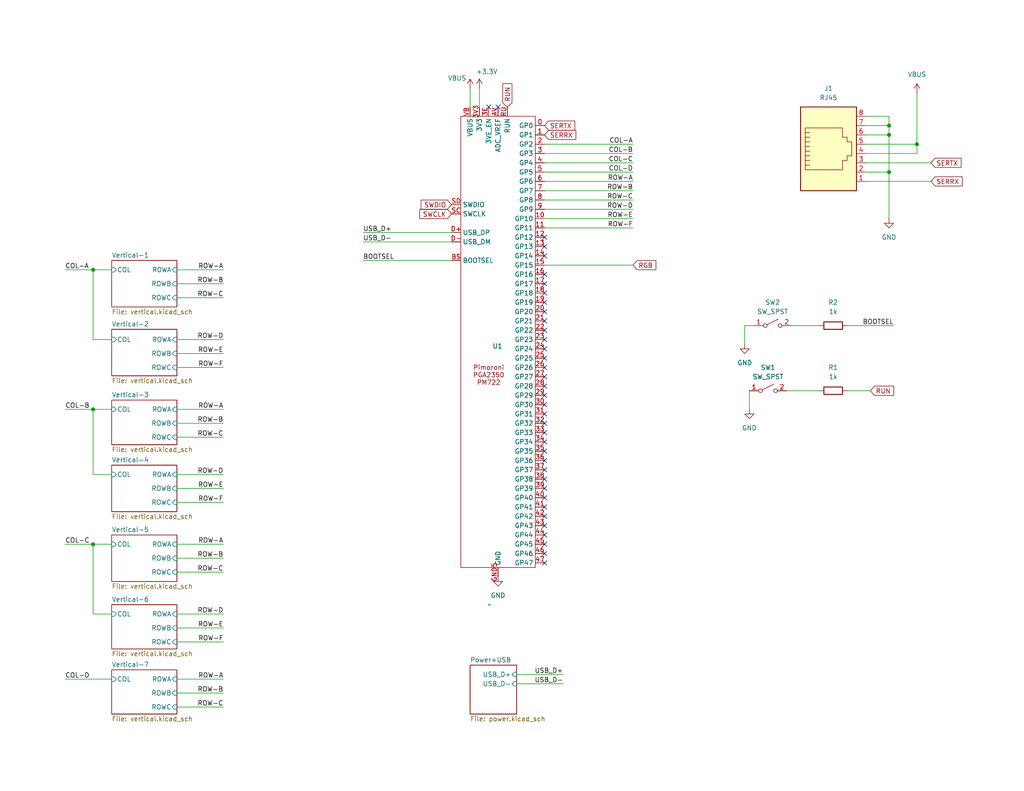
<source format=kicad_sch>
(kicad_sch (version 20231120) (generator "eeschema") (generator_version "8.0")
  (paper "A")
  (title_block (title "Jolt 2 - Left"))
  (lib_symbols
    (symbol "Connector:RJ45" (pin_names (offset 1.016))
      (property "Reference" "J" (at -5.08 13.97 0))
      (property "Value" "RJ45" (at 2.54 13.97 0))
      (symbol "RJ45_0_1"
        (polyline (pts (xy -5.08 4.445) (xy -6.35 4.445)))
        (polyline (pts (xy -5.08 5.715) (xy -6.35 5.715)))
        (polyline (pts (xy -6.35 -3.175) (xy -5.08 -3.175) (xy -5.08 -3.175)))
        (polyline (pts (xy -6.35 -1.905) (xy -5.08 -1.905) (xy -5.08 -1.905)))
        (polyline (pts (xy -6.35 -0.635) (xy -5.08 -0.635) (xy -5.08 -0.635)))
        (polyline (pts (xy -6.35 0.635) (xy -5.08 0.635) (xy -5.08 0.635)))
        (polyline (pts (xy -6.35 1.905) (xy -5.08 1.905) (xy -5.08 1.905)))
        (polyline (pts (xy -5.08 3.175) (xy -6.35 3.175) (xy -6.35 3.175)))
        (polyline (pts (xy -6.35 -4.445) (xy -6.35 6.985) (xy 3.81 6.985) (xy 3.81 4.445) (xy 5.08 4.445) (xy 5.08 3.175) (xy 6.35 3.175) (xy 6.35 -0.635) (xy 5.08 -0.635) (xy 5.08 -1.905) (xy 3.81 -1.905) (xy 3.81 -4.445) (xy -6.35 -4.445) (xy -6.35 -4.445)))
        (rectangle (start 7.62 12.7) (end -7.62 -10.16) (stroke (width 0.254)) (fill (type background)))
      )
      (symbol "RJ45_1_1"
        (pin passive line (at 10.16 -7.62 180) (length 2.54) (name "~") (number "1"))
        (pin passive line (at 10.16 -5.08 180) (length 2.54) (name "~") (number "2"))
        (pin passive line (at 10.16 -2.54 180) (length 2.54) (name "~") (number "3"))
        (pin passive line (at 10.16 0 180) (length 2.54) (name "~") (number "4"))
        (pin passive line (at 10.16 2.54 180) (length 2.54) (name "~") (number "5"))
        (pin passive line (at 10.16 5.08 180) (length 2.54) (name "~") (number "6"))
        (pin passive line (at 10.16 7.62 180) (length 2.54) (name "~") (number "7"))
        (pin passive line (at 10.16 10.16 180) (length 2.54) (name "~") (number "8"))
      )
    )
    (symbol "David Brown Keyboard Parts:Pimoroni-PGA2350-PM722"
      (property "Reference" "U" (at 0 0 0))
      (symbol "Pimoroni-PGA2350-PM722_0_1"
        (rectangle (start -10.16 62.23) (end 10.16 -60.96))
      )
      (symbol "Pimoroni-PGA2350-PM722_1_0"
        (pin bidirectional line (at 12.7 57.15 180) (length 2.54) (name "GP1") (number "1"))
        (pin bidirectional line (at 12.7 34.29 180) (length 2.54) (name "GP10") (number "10"))
        (pin bidirectional line (at 12.7 31.75 180) (length 2.54) (name "GP11") (number "11"))
        (pin bidirectional line (at 12.7 29.21 180) (length 2.54) (name "GP12") (number "12"))
        (pin bidirectional line (at 12.7 26.67 180) (length 2.54) (name "GP13") (number "13"))
        (pin bidirectional line (at 12.7 24.13 180) (length 2.54) (name "GP14") (number "14"))
        (pin bidirectional line (at 12.7 21.59 180) (length 2.54) (name "GP15") (number "15"))
        (pin bidirectional line (at 12.7 19.05 180) (length 2.54) (name "GP16") (number "16"))
        (pin bidirectional line (at 12.7 16.51 180) (length 2.54) (name "GP17") (number "17"))
        (pin bidirectional line (at 12.7 13.97 180) (length 2.54) (name "GP18") (number "18"))
        (pin bidirectional line (at 12.7 11.43 180) (length 2.54) (name "GP19") (number "19"))
        (pin bidirectional line (at 12.7 54.61 180) (length 2.54) (name "GP2") (number "2"))
        (pin bidirectional line (at 12.7 8.89 180) (length 2.54) (name "GP20") (number "20"))
        (pin bidirectional line (at 12.7 6.35 180) (length 2.54) (name "GP21") (number "21"))
        (pin bidirectional line (at 12.7 3.81 180) (length 2.54) (name "GP22") (number "22"))
        (pin bidirectional line (at 12.7 1.27 180) (length 2.54) (name "GP23") (number "23"))
        (pin bidirectional line (at 12.7 -1.27 180) (length 2.54) (name "GP24") (number "24"))
        (pin bidirectional line (at 12.7 -3.81 180) (length 2.54) (name "GP25") (number "25"))
        (pin bidirectional line (at 12.7 -6.35 180) (length 2.54) (name "GP26") (number "26"))
        (pin bidirectional line (at 12.7 -8.89 180) (length 2.54) (name "GP27") (number "27"))
        (pin bidirectional line (at 12.7 -11.43 180) (length 2.54) (name "GP28") (number "28"))
        (pin bidirectional line (at 12.7 -13.97 180) (length 2.54) (name "GP29") (number "29"))
        (pin bidirectional line (at 12.7 52.07 180) (length 2.54) (name "GP3") (number "3"))
        (pin bidirectional line (at 12.7 -16.51 180) (length 2.54) (name "GP30") (number "30"))
        (pin bidirectional line (at 12.7 -19.05 180) (length 2.54) (name "GP31") (number "31"))
        (pin bidirectional line (at 12.7 -21.59 180) (length 2.54) (name "GP32") (number "32"))
        (pin bidirectional line (at 12.7 -24.13 180) (length 2.54) (name "GP33") (number "33"))
        (pin bidirectional line (at 12.7 -26.67 180) (length 2.54) (name "GP34") (number "34"))
        (pin bidirectional line (at 12.7 -29.21 180) (length 2.54) (name "GP35") (number "35"))
        (pin bidirectional line (at 12.7 -31.75 180) (length 2.54) (name "GP36") (number "36"))
        (pin bidirectional line (at 12.7 -34.29 180) (length 2.54) (name "GP37") (number "37"))
        (pin bidirectional line (at 12.7 -36.83 180) (length 2.54) (name "GP38") (number "38"))
        (pin bidirectional line (at 12.7 -39.37 180) (length 2.54) (name "GP39") (number "39"))
        (pin input line (at -2.54 64.77 270) (length 2.54) (name "3VE_EN") (number "3E"))
        (pin power_out line (at -5.08 64.77 270) (length 2.54) (name "3V3") (number "3V3"))
        (pin bidirectional line (at 12.7 49.53 180) (length 2.54) (name "GP4") (number "4"))
        (pin bidirectional line (at 12.7 -41.91 180) (length 2.54) (name "GP40") (number "40"))
        (pin bidirectional line (at 12.7 -44.45 180) (length 2.54) (name "GP41") (number "41"))
        (pin bidirectional line (at 12.7 -46.99 180) (length 2.54) (name "GP42") (number "42"))
        (pin bidirectional line (at 12.7 -49.53 180) (length 2.54) (name "GP43") (number "43"))
        (pin bidirectional line (at 12.7 -52.07 180) (length 2.54) (name "GP44") (number "44"))
        (pin bidirectional line (at 12.7 -54.61 180) (length 2.54) (name "GP45") (number "45"))
        (pin bidirectional line (at 12.7 -57.15 180) (length 2.54) (name "GP46") (number "46"))
        (pin bidirectional line (at 12.7 -59.69 180) (length 2.54) (name "GP47") (number "47"))
        (pin bidirectional line (at 12.7 46.99 180) (length 2.54) (name "GP5") (number "5"))
        (pin bidirectional line (at 12.7 44.45 180) (length 2.54) (name "GP6") (number "6"))
        (pin bidirectional line (at 12.7 41.91 180) (length 2.54) (name "GP7") (number "7"))
        (pin bidirectional line (at 12.7 39.37 180) (length 2.54) (name "GP8") (number "8"))
        (pin bidirectional line (at 12.7 36.83 180) (length 2.54) (name "GP9") (number "9"))
        (pin power_out line (at 0 64.77 270) (length 2.54) (name "ADC_VREF") (number "AV"))
        (pin input line (at -12.7 22.86 0) (length 2.54) (name "BOOTSEL") (number "BS"))
        (pin bidirectional line (at -12.7 30.48 0) (length 2.54) (name "USB_DP") (number "D+"))
        (pin bidirectional line (at -12.7 27.94 0) (length 2.54) (name "USB_DM") (number "D-"))
        (pin input line (at 2.54 64.77 270) (length 2.54) (name "RUN") (number "RU"))
        (pin input line (at -12.7 35.56 0) (length 2.54) (name "SWCLK") (number "SC"))
        (pin bidirectional line (at -12.7 38.1 0) (length 2.54) (name "SWDIO") (number "SD"))
        (pin power_in line (at -7.62 64.77 270) (length 2.54) (name "VBUS") (number "VB"))
      )
      (symbol "Pimoroni-PGA2350-PM722_1_1"
        (text "Pimoroni\nPGA2350\nPM722" (at -2.54 -8.382 0) (effects (font (size 1.27 1.27))))
        (pin bidirectional line (at 12.7 59.69 180) (length 2.54) (name "GP0") (number "0"))
        (pin power_in line (at 0 -63.5 90) (length 2.54) hide (name "GND") (number "GND1"))
        (pin power_in line (at 0 -63.5 90) (length 2.54) hide (name "GND") (number "GND2"))
        (pin power_in line (at 0 -63.5 90) (length 2.54) hide (name "GND") (number "GND3"))
        (pin power_in line (at 0 -63.5 90) (length 2.54) hide (name "GND") (number "GND4"))
        (pin power_in line (at 0 -63.5 90) (length 2.54) (name "GND") (number "GND5"))
        (pin power_in line (at 0 -63.5 90) (length 2.54) hide (name "GND") (number "GND6"))
      )
    )
    (symbol "Device:R" (pin_numbers hide) (pin_names (offset 0))
      (property "Reference" "R" (at 2.032 0 90))
      (property "Value" "R" (at 0 0 90))
      (symbol "R_0_1"
        (rectangle (start -1.016 -2.54) (end 1.016 2.54) (stroke (width 0.254)))
      )
      (symbol "R_1_1"
        (pin passive line (at 0 3.81 270) (length 1.27) (name "~") (number "1"))
        (pin passive line (at 0 -3.81 90) (length 1.27) (name "~") (number "2"))
      )
    )
    (symbol "Switch:SW_SPST" (pin_names (offset 0) hide)
      (property "Reference" "SW" (at 0 3.175 0))
      (property "Value" "SW_SPST" (at 0 -2.54 0))
      (symbol "SW_SPST_0_0"
        (circle (center -2.032 0) (radius 0.508))
        (polyline (pts (xy -1.524 0.254) (xy 1.524 1.778)))
        (circle (center 2.032 0) (radius 0.508))
      )
      (symbol "SW_SPST_1_1"
        (pin passive line (at -5.08 0 0) (length 2.54) (name "A") (number "1"))
        (pin passive line (at 5.08 0 180) (length 2.54) (name "B") (number "2"))
      )
    )
    (symbol "power:+3.3V" (power) (pin_numbers hide) (pin_names (offset 0) hide)
      (property "Value" "+3.3V" (at 0 3.556 0))
      (symbol "+3.3V_0_1"
        (polyline (pts (xy -0.762 1.27) (xy 0 2.54)))
        (polyline (pts (xy 0 0) (xy 0 2.54)))
        (polyline (pts (xy 0 2.54) (xy 0.762 1.27)))
      )
      (symbol "+3.3V_1_1"
        (pin power_in line (at 0 0 90) (length 0) (name "~") (number "1"))
      )
    )
    (symbol "power:GND" (power) (pin_numbers hide) (pin_names (offset 0) hide)
      (property "Value" "GND" (at 0 -3.81 0))
      (symbol "GND_0_1"
        (polyline (pts (xy 0 0) (xy 0 -1.27) (xy 1.27 -1.27) (xy 0 -2.54) (xy -1.27 -1.27) (xy 0 -1.27)))
      )
      (symbol "GND_1_1"
        (pin power_in line (at 0 0 270) (length 0) (name "~") (number "1"))
      )
    )
    (symbol "power:VBUS" (power) (pin_numbers hide) (pin_names (offset 0) hide)
      (property "Value" "VBUS" (at 0 3.556 0))
      (symbol "VBUS_0_1"
        (polyline (pts (xy -0.762 1.27) (xy 0 2.54)))
        (polyline (pts (xy 0 0) (xy 0 2.54)))
        (polyline (pts (xy 0 2.54) (xy 0.762 1.27)))
      )
      (symbol "VBUS_1_1"
        (pin power_in line (at 0 0 90) (length 0) (name "~") (number "1"))
      )
    )
  )
  (junction (at 242.57 34.29))
  (junction (at 242.57 36.83))
  (junction (at 25.4 148.59))
  (junction (at 25.4 73.66))
  (junction (at 250.19 39.37))
  (junction (at 25.4 111.76))
  (junction (at 242.57 46.99))
  (no_connect (at 148.59 118.11))
  (no_connect (at 148.59 130.81))
  (no_connect (at 148.59 120.65))
  (no_connect (at 148.59 90.17))
  (no_connect (at 135.89 29.21))
  (no_connect (at 148.59 102.87))
  (no_connect (at 148.59 92.71))
  (no_connect (at 148.59 138.43))
  (no_connect (at 148.59 148.59))
  (no_connect (at 148.59 87.63))
  (no_connect (at 148.59 74.93))
  (no_connect (at 148.59 110.49))
  (no_connect (at 148.59 133.35))
  (no_connect (at 148.59 153.67))
  (no_connect (at 148.59 100.33))
  (no_connect (at 148.59 113.03))
  (no_connect (at 148.59 125.73))
  (no_connect (at 148.59 69.85))
  (no_connect (at 133.35 29.21))
  (no_connect (at 148.59 64.77))
  (no_connect (at 148.59 105.41))
  (no_connect (at 148.59 115.57))
  (no_connect (at 148.59 77.47))
  (no_connect (at 148.59 128.27))
  (no_connect (at 148.59 135.89))
  (no_connect (at 148.59 82.55))
  (no_connect (at 148.59 95.25))
  (no_connect (at 148.59 97.79))
  (no_connect (at 148.59 143.51))
  (no_connect (at 148.59 67.31))
  (no_connect (at 148.59 80.01))
  (no_connect (at 148.59 151.13))
  (no_connect (at 148.59 123.19))
  (no_connect (at 148.59 85.09))
  (no_connect (at 148.59 140.97))
  (no_connect (at 148.59 146.05))
  (no_connect (at 148.59 107.95))
  (wire (pts (xy 231.14 106.68) (xy 237.49 106.68)))
  (wire (pts (xy 25.4 148.59) (xy 30.48 148.59)))
  (wire (pts (xy 30.48 185.42) (xy 17.78 185.42)))
  (wire (pts (xy 242.57 36.83) (xy 242.57 46.99)))
  (wire (pts (xy 48.26 175.26) (xy 60.96 175.26)))
  (wire (pts (xy 30.48 129.54) (xy 25.4 129.54)))
  (wire (pts (xy 236.22 49.53) (xy 254 49.53)))
  (wire (pts (xy 48.26 167.64) (xy 60.96 167.64)))
  (wire (pts (xy 236.22 36.83) (xy 242.57 36.83)))
  (wire (pts (xy 236.22 31.75) (xy 242.57 31.75)))
  (wire (pts (xy 48.26 148.59) (xy 60.96 148.59)))
  (wire (pts (xy 48.26 152.4) (xy 60.96 152.4)))
  (wire (pts (xy 148.59 46.99) (xy 172.72 46.99)))
  (wire (pts (xy 130.81 24.13) (xy 130.81 29.21)))
  (wire (pts (xy 99.06 71.12) (xy 123.19 71.12)))
  (wire (pts (xy 148.59 52.07) (xy 172.72 52.07)))
  (wire (pts (xy 148.59 39.37) (xy 172.72 39.37)))
  (wire (pts (xy 30.48 92.71) (xy 25.4 92.71)))
  (wire (pts (xy 236.22 46.99) (xy 242.57 46.99)))
  (wire (pts (xy 204.47 106.68) (xy 204.47 111.76)))
  (wire (pts (xy 48.26 100.33) (xy 60.96 100.33)))
  (wire (pts (xy 236.22 34.29) (xy 242.57 34.29)))
  (wire (pts (xy 140.97 186.69) (xy 153.67 186.69)))
  (wire (pts (xy 48.26 137.16) (xy 60.96 137.16)))
  (wire (pts (xy 148.59 72.39) (xy 172.72 72.39)))
  (wire (pts (xy 48.26 189.23) (xy 60.96 189.23)))
  (wire (pts (xy 203.2 88.9) (xy 203.2 93.98)))
  (wire (pts (xy 48.26 81.28) (xy 60.96 81.28)))
  (wire (pts (xy 30.48 167.64) (xy 25.4 167.64)))
  (wire (pts (xy 250.19 41.91) (xy 250.19 39.37)))
  (wire (pts (xy 214.63 106.68) (xy 223.52 106.68)))
  (wire (pts (xy 236.22 44.45) (xy 254 44.45)))
  (wire (pts (xy 48.26 111.76) (xy 60.96 111.76)))
  (wire (pts (xy 231.14 88.9) (xy 243.84 88.9)))
  (wire (pts (xy 48.26 73.66) (xy 60.96 73.66)))
  (wire (pts (xy 140.97 184.15) (xy 153.67 184.15)))
  (wire (pts (xy 236.22 41.91) (xy 250.19 41.91)))
  (wire (pts (xy 148.59 49.53) (xy 172.72 49.53)))
  (wire (pts (xy 250.19 25.4) (xy 250.19 39.37)))
  (wire (pts (xy 25.4 167.64) (xy 25.4 148.59)))
  (wire (pts (xy 242.57 31.75) (xy 242.57 34.29)))
  (wire (pts (xy 48.26 129.54) (xy 60.96 129.54)))
  (wire (pts (xy 236.22 39.37) (xy 250.19 39.37)))
  (wire (pts (xy 48.26 185.42) (xy 60.96 185.42)))
  (wire (pts (xy 242.57 34.29) (xy 242.57 36.83)))
  (wire (pts (xy 25.4 111.76) (xy 30.48 111.76)))
  (wire (pts (xy 242.57 46.99) (xy 242.57 59.69)))
  (wire (pts (xy 48.26 96.52) (xy 60.96 96.52)))
  (wire (pts (xy 17.78 111.76) (xy 25.4 111.76)))
  (wire (pts (xy 25.4 73.66) (xy 25.4 92.71)))
  (wire (pts (xy 128.27 24.13) (xy 128.27 29.21)))
  (wire (pts (xy 17.78 73.66) (xy 25.4 73.66)))
  (wire (pts (xy 17.78 148.59) (xy 25.4 148.59)))
  (wire (pts (xy 25.4 73.66) (xy 30.48 73.66)))
  (wire (pts (xy 148.59 44.45) (xy 172.72 44.45)))
  (wire (pts (xy 148.59 41.91) (xy 172.72 41.91)))
  (wire (pts (xy 48.26 119.38) (xy 60.96 119.38)))
  (wire (pts (xy 48.26 77.47) (xy 60.96 77.47)))
  (wire (pts (xy 48.26 115.57) (xy 60.96 115.57)))
  (wire (pts (xy 48.26 92.71) (xy 60.96 92.71)))
  (wire (pts (xy 48.26 193.04) (xy 60.96 193.04)))
  (wire (pts (xy 148.59 54.61) (xy 172.72 54.61)))
  (wire (pts (xy 123.19 63.5) (xy 99.06 63.5)))
  (wire (pts (xy 48.26 156.21) (xy 60.96 156.21)))
  (wire (pts (xy 148.59 59.69) (xy 172.72 59.69)))
  (wire (pts (xy 48.26 171.45) (xy 60.96 171.45)))
  (wire (pts (xy 48.26 133.35) (xy 60.96 133.35)))
  (wire (pts (xy 148.59 62.23) (xy 172.72 62.23)))
  (wire (pts (xy 205.74 88.9) (xy 203.2 88.9)))
  (wire (pts (xy 148.59 57.15) (xy 172.72 57.15)))
  (wire (pts (xy 123.19 66.04) (xy 99.06 66.04)))
  (wire (pts (xy 215.9 88.9) (xy 223.52 88.9)))
  (wire (pts (xy 25.4 129.54) (xy 25.4 111.76)))
  (label "ROW-F" (at 60.96 137.16 180))
  (label "COL-C" (at 17.78 148.59 0))
  (label "ROW-B" (at 60.96 77.47 180))
  (label "BOOTSEL" (at 99.06 71.12 0))
  (label "COL-D" (at 17.78 185.42 0))
  (label "ROW-E" (at 60.96 96.52 180))
  (label "COL-D" (at 172.72 46.99 180))
  (label "ROW-F" (at 60.96 175.26 180))
  (label "ROW-D" (at 60.96 167.64 180))
  (label "USB_D-" (at 153.67 186.69 180))
  (label "ROW-B" (at 60.96 152.4 180))
  (label "ROW-A" (at 172.72 49.53 180))
  (label "COL-A" (at 172.72 39.37 180))
  (label "COL-B" (at 17.78 111.76 0))
  (label "ROW-C" (at 60.96 156.21 180))
  (label "ROW-A" (at 60.96 148.59 180))
  (label "ROW-C" (at 60.96 193.04 180))
  (label "ROW-D" (at 172.72 57.15 180))
  (label "USB_D+" (at 99.06 63.5 0))
  (label "USB_D+" (at 153.67 184.15 180))
  (label "ROW-B" (at 172.72 52.07 180))
  (label "BOOTSEL" (at 243.84 88.9 180))
  (label "ROW-A" (at 60.96 185.42 180))
  (label "ROW-E" (at 60.96 171.45 180))
  (label "ROW-B" (at 60.96 115.57 180))
  (label "ROW-A" (at 60.96 73.66 180))
  (label "COL-A" (at 17.78 73.66 0))
  (label "ROW-F" (at 172.72 62.23 180))
  (label "COL-C" (at 172.72 44.45 180))
  (label "ROW-C" (at 60.96 119.38 180))
  (label "USB_D-" (at 99.06 66.04 0))
  (label "ROW-D" (at 60.96 92.71 180))
  (label "ROW-A" (at 60.96 111.76 180))
  (label "COL-B" (at 172.72 41.91 180))
  (label "ROW-C" (at 172.72 54.61 180))
  (label "ROW-E" (at 172.72 59.69 180))
  (label "ROW-C" (at 60.96 81.28 180))
  (label "ROW-F" (at 60.96 100.33 180))
  (label "ROW-B" (at 60.96 189.23 180))
  (label "ROW-D" (at 60.96 129.54 180))
  (label "ROW-E" (at 60.96 133.35 180))
  (global_label "SERRX" (shape input) (at 148.59 36.83 0) (property "Intersheetrefs" "${INTERSHEET_REFS}" (effects (hide yes))))
  (global_label "SWCLK" (shape input) (at 123.19 58.42 180) (property "Intersheetrefs" "${INTERSHEET_REFS}" (effects (hide yes))))
  (global_label "SERTX" (shape input) (at 148.59 34.29 0) (property "Intersheetrefs" "${INTERSHEET_REFS}" (effects (hide yes))))
  (global_label "SERTX" (shape input) (at 254 44.45 0) (property "Intersheetrefs" "${INTERSHEET_REFS}" (effects (hide yes))))
  (global_label "SWDIO" (shape input) (at 123.19 55.88 180) (property "Intersheetrefs" "${INTERSHEET_REFS}" (effects (hide yes))))
  (global_label "SERRX" (shape input) (at 254 49.53 0) (property "Intersheetrefs" "${INTERSHEET_REFS}" (effects (hide yes))))
  (global_label "RUN" (shape input) (at 138.43 29.21 90) (property "Intersheetrefs" "${INTERSHEET_REFS}" (effects (hide yes))))
  (global_label "RGB" (shape input) (at 172.72 72.39 0) (property "Intersheetrefs" "${INTERSHEET_REFS}" (effects (hide yes))))
  (global_label "RUN" (shape input) (at 237.49 106.68 0) (property "Intersheetrefs" "${INTERSHEET_REFS}" (effects (hide yes))))
  (symbol (lib_id "Connector:RJ45") (at 226.06 41.91 0) (unit 1)
    (property "Reference" "J1" (at 226.06 24.13 0))
    (property "Value" "RJ45" (at 226.06 26.67 0))
    (property "Footprint" "Connector_RJ:RJ45_Amphenol_54602-x08_Horizontal" (effects (hide yes)))
    (property "Description" "RJ connector, 8P8C (8 positions 8 connected)" (effects (hide yes)))
  )
  (symbol (lib_id "power:GND") (at 242.57 59.69 0) (unit 1)
    (property "Reference" "#PWR06" (effects (hide yes)))
    (property "Value" "GND" (at 242.57 64.77 0))
    (property "Description" "Power symbol creates a global label with name \"GND\" , ground" (effects (hide yes)))
  )
  (symbol (lib_id "David Brown Keyboard Parts:Pimoroni-PGA2350-PM722") (at 135.89 93.98 0) (unit 1)
    (property "Reference" "U1" (at 134.366 94.488 0) (effects (justify left)))
    (property "Value" "~" (at 133.0041 165.1 0) (effects (justify left)))
    (property "Footprint" "davidb-keyboard-foot:PIMORONI-PGA2035-PM722" (effects (hide yes)))
  )
  (symbol (lib_id "Switch:SW_SPST") (at 209.55 106.68 0) (unit 1)
    (property "Reference" "SW1" (at 209.55 100.33 0))
    (property "Value" "SW_SPST" (at 209.55 102.87 0))
    (property "Footprint" "Button_Switch_SMD:SW_Push_1P1T_NO_CK_KMR2" (effects (hide yes)))
    (property "Description" "Single Pole Single Throw (SPST) switch" (effects (hide yes)))
  )
  (symbol (lib_id "power:GND") (at 203.2 93.98 0) (unit 1)
    (property "Reference" "#PWR04" (effects (hide yes)))
    (property "Value" "GND" (at 203.2 99.06 0))
    (property "Description" "Power symbol creates a global label with name \"GND\" , ground" (effects (hide yes)))
  )
  (symbol (lib_id "power:GND") (at 135.89 157.48 0) (unit 1)
    (property "Reference" "#PWR03" (effects (hide yes)))
    (property "Value" "GND" (at 135.89 162.56 0))
    (property "Description" "Power symbol creates a global label with name \"GND\" , ground" (effects (hide yes)))
  )
  (symbol (lib_id "power:VBUS") (at 250.19 25.4 0) (unit 1)
    (property "Reference" "#PWR07" (effects (hide yes)))
    (property "Value" "VBUS" (at 250.19 20.32 0))
    (property "Description" "Power symbol creates a global label with name \"VBUS\"" (effects (hide yes)))
  )
  (symbol (lib_id "power:GND") (at 204.47 111.76 0) (unit 1)
    (property "Reference" "#PWR05" (effects (hide yes)))
    (property "Value" "GND" (at 204.47 116.84 0))
    (property "Description" "Power symbol creates a global label with name \"GND\" , ground" (effects (hide yes)))
  )
  (symbol (lib_id "power:VBUS") (at 128.27 24.13 0) (unit 1)
    (property "Reference" "#PWR01" (effects (hide yes)))
    (property "Value" "VBUS" (at 124.714 21.336 0))
    (property "Description" "Power symbol creates a global label with name \"VBUS\"" (effects (hide yes)))
  )
  (symbol (lib_id "Switch:SW_SPST") (at 210.82 88.9 0) (unit 1)
    (property "Reference" "SW2" (at 210.82 82.55 0))
    (property "Value" "SW_SPST" (at 210.82 85.09 0))
    (property "Footprint" "Button_Switch_SMD:SW_Push_1P1T_NO_CK_KMR2" (effects (hide yes)))
    (property "Description" "Single Pole Single Throw (SPST) switch" (effects (hide yes)))
  )
  (symbol (lib_id "power:+3.3V") (at 130.81 24.13 0) (unit 1)
    (property "Reference" "#PWR02" (effects (hide yes)))
    (property "Value" "+3.3V" (at 132.842 19.558 0))
    (property "Description" "Power symbol creates a global label with name \"+3.3V\"" (effects (hide yes)))
  )
  (symbol (lib_id "Device:R") (at 227.33 88.9 90) (unit 1)
    (property "Reference" "R2" (at 227.33 82.55 90))
    (property "Value" "1k" (at 227.33 85.09 90))
    (property "Footprint" "Resistor_SMD:R_0603_1608Metric" (effects (hide yes)))
    (property "Description" "Resistor" (effects (hide yes)))
  )
  (symbol (lib_id "Device:R") (at 227.33 106.68 270) (unit 1)
    (property "Reference" "R1" (at 227.33 100.33 90))
    (property "Value" "1k" (at 227.33 102.87 90))
    (property "Footprint" "Resistor_SMD:R_0603_1608Metric" (effects (hide yes)))
    (property "Description" "Resistor" (effects (hide yes)))
  )
  (sheet (at 30.48 127) (size 17.78 12.7) (stroke (width 0.1524))
    (property "Sheetname" "Vertical-4" (at 30.48 126.2884 0) (effects (justify left bottom)))
    (property "Sheetfile" "vertical.kicad_sch" (at 30.48 140.2846 0) (effects (justify left top)))
    (pin "COL" input (at 30.48 129.54 180))
    (pin "ROWC" input (at 48.26 137.16 0))
    (pin "ROWA" input (at 48.26 129.54 0))
    (pin "ROWB" input (at 48.26 133.35 0))
  )
  (sheet (at 30.48 71.12) (size 17.78 12.7) (stroke (width 0.1524))
    (property "Sheetname" "Vertical-1" (at 30.48 70.4084 0) (effects (justify left bottom)))
    (property "Sheetfile" "vertical.kicad_sch" (at 30.48 84.4046 0) (effects (justify left top)))
    (pin "COL" input (at 30.48 73.66 180))
    (pin "ROWC" input (at 48.26 81.28 0))
    (pin "ROWA" input (at 48.26 73.66 0))
    (pin "ROWB" input (at 48.26 77.47 0))
  )
  (sheet (at 30.48 89.916) (size 17.78 12.7) (stroke (width 0.1524))
    (property "Sheetname" "Vertical-2" (at 30.48 89.2044 0) (effects (justify left bottom)))
    (property "Sheetfile" "vertical.kicad_sch" (at 30.48 103.2006 0) (effects (justify left top)))
    (pin "COL" input (at 30.48 92.71 180))
    (pin "ROWC" input (at 48.26 100.33 0))
    (pin "ROWA" input (at 48.26 92.71 0))
    (pin "ROWB" input (at 48.26 96.52 0))
  )
  (sheet (at 30.48 109.22) (size 17.78 12.192) (stroke (width 0.1524))
    (property "Sheetname" "Vertical-3" (at 30.48 108.5084 0) (effects (justify left bottom)))
    (property "Sheetfile" "vertical.kicad_sch" (at 30.48 121.9966 0) (effects (justify left top)))
    (pin "COL" input (at 30.48 111.76 180))
    (pin "ROWC" input (at 48.26 119.38 0))
    (pin "ROWA" input (at 48.26 111.76 0))
    (pin "ROWB" input (at 48.26 115.57 0))
  )
  (sheet (at 128.27 181.61) (size 12.7 13.335) (stroke (width 0.1524))
    (property "Sheetname" "Power+USB" (at 128.27 180.8984 0) (effects (justify left bottom)))
    (property "Sheetfile" "power.kicad_sch" (at 128.27 195.5296 0) (effects (justify left top)))
    (pin "USB_D+" input (at 140.97 184.15 0))
    (pin "USB_D-" input (at 140.97 186.69 0))
  )
  (sheet (at 30.48 165.1) (size 17.78 12.065) (stroke (width 0.1524))
    (property "Sheetname" "Vertical-6" (at 30.48 164.3884 0) (effects (justify left bottom)))
    (property "Sheetfile" "vertical.kicad_sch" (at 30.48 177.7496 0) (effects (justify left top)))
    (pin "COL" input (at 30.48 167.64 180))
    (pin "ROWC" input (at 48.26 175.26 0))
    (pin "ROWA" input (at 48.26 167.64 0))
    (pin "ROWB" input (at 48.26 171.45 0))
  )
  (sheet (at 30.48 146.05) (size 17.78 12.7) (stroke (width 0.1524))
    (property "Sheetname" "Vertical-5" (at 30.48 145.3384 0) (effects (justify left bottom)))
    (property "Sheetfile" "vertical.kicad_sch" (at 30.48 159.3346 0) (effects (justify left top)))
    (pin "COL" input (at 30.48 148.59 180))
    (pin "ROWC" input (at 48.26 156.21 0))
    (pin "ROWA" input (at 48.26 148.59 0))
    (pin "ROWB" input (at 48.26 152.4 0))
  )
  (sheet (at 30.48 182.88) (size 17.78 12.065) (stroke (width 0.1524))
    (property "Sheetname" "Vertical-7" (at 30.48 182.1684 0) (effects (justify left bottom)))
    (property "Sheetfile" "vertical.kicad_sch" (at 30.48 195.5296 0) (effects (justify left top)))
    (pin "COL" input (at 30.48 185.42 180))
    (pin "ROWC" input (at 48.26 193.04 0))
    (pin "ROWA" input (at 48.26 185.42 0))
    (pin "ROWB" input (at 48.26 189.23 0))
  )
)
</source>
